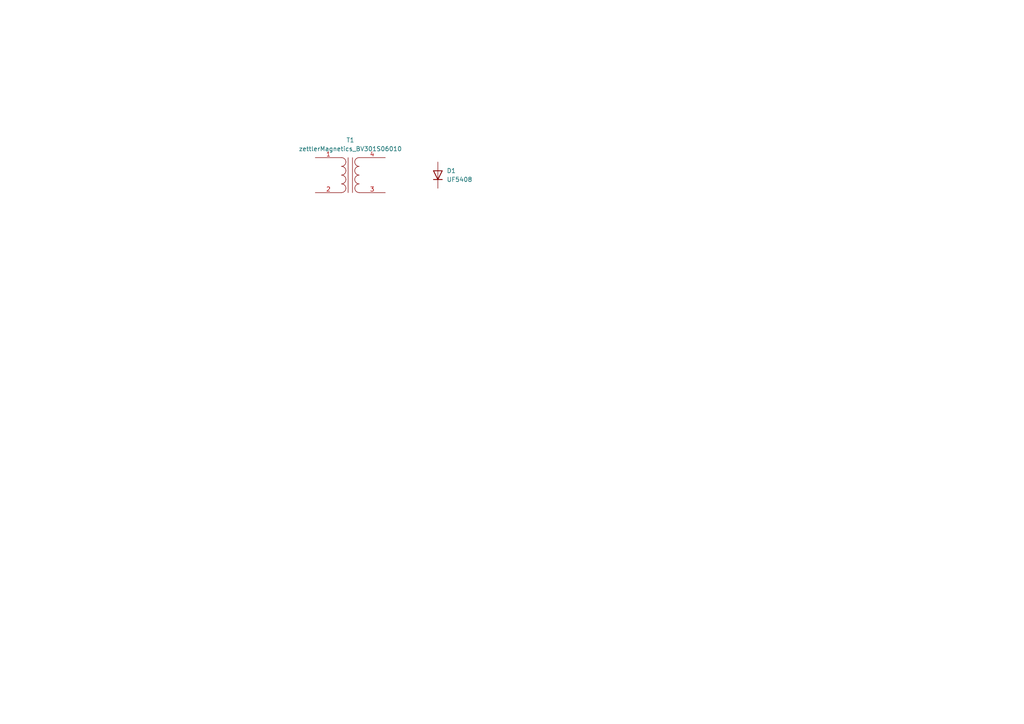
<source format=kicad_sch>
(kicad_sch (version 20231120) (generator "eeschema") (generator_version "8.0")
  (paper "A4")
  (lib_symbols
    (symbol "Device:Transformer_1P_1S" (pin_names (offset 1.016) hide)
      (property "Reference" "T" (at 0 6.35 0))
      (property "Value" "Transformer_1P_1S" (at 0 -7.62 0))
      (symbol "Transformer_1P_1S_0_1"
        (arc (start -2.54 -5.0546) (mid -1.6599 -4.6901) (end -1.27 -3.81))
        (arc (start -2.54 -2.5146) (mid -1.6599 -2.1501) (end -1.27 -1.27))
        (arc (start -2.54 0.0254) (mid -1.6599 0.3899) (end -1.27 1.27))
        (arc (start -2.54 2.5654) (mid -1.6599 2.9299) (end -1.27 3.81))
        (arc (start -1.27 -3.81) (mid -1.642 -2.912) (end -2.54 -2.54))
        (arc (start -1.27 -1.27) (mid -1.642 -0.372) (end -2.54 0))
        (arc (start -1.27 1.27) (mid -1.642 2.168) (end -2.54 2.54))
        (arc (start -1.27 3.81) (mid -1.642 4.708) (end -2.54 5.08))
        (polyline (pts (xy -0.635 5.08) (xy -0.635 -5.08)))
        (polyline (pts (xy 0.635 -5.08) (xy 0.635 5.08)))
        (arc (start 1.2954 -1.27) (mid 1.6599 -2.1501) (end 2.54 -2.5146))
        (arc (start 1.2954 1.27) (mid 1.6599 0.3899) (end 2.54 0.0254))
        (arc (start 1.2954 3.81) (mid 1.6599 2.9299) (end 2.54 2.5654))
        (arc (start 1.3208 -3.81) (mid 1.6853 -4.6901) (end 2.5654 -5.0546))
        (arc (start 2.54 0) (mid 1.642 -0.372) (end 1.2954 -1.27))
        (arc (start 2.54 2.54) (mid 1.642 2.168) (end 1.2954 1.27))
        (arc (start 2.54 5.08) (mid 1.642 4.708) (end 1.2954 3.81))
        (arc (start 2.5654 -2.54) (mid 1.6674 -2.912) (end 1.3208 -3.81))
      )
      (symbol "Transformer_1P_1S_1_1"
        (pin passive line (at -10.16 5.08 0) (length 7.62) (name "AA") (number "1"))
        (pin passive line (at -10.16 -5.08 0) (length 7.62) (name "AB") (number "2"))
        (pin passive line (at 10.16 -5.08 180) (length 7.62) (name "SA") (number "3"))
        (pin passive line (at 10.16 5.08 180) (length 7.62) (name "SB") (number "4"))
      )
    )
    (symbol "Diode:UF5408" (pin_numbers hide) (pin_names hide)
      (property "Reference" "D" (at 0 2.54 0))
      (property "Value" "UF5408" (at 0 -2.54 0))
      (symbol "UF5408_0_1"
        (polyline (pts (xy -1.27 1.27) (xy -1.27 -1.27)) (stroke (width 0.254)))
        (polyline (pts (xy 1.27 0) (xy -1.27 0)))
        (polyline (pts (xy 1.27 1.27) (xy 1.27 -1.27) (xy -1.27 0) (xy 1.27 1.27)) (stroke (width 0.254)))
      )
      (symbol "UF5408_1_1"
        (pin passive line (at -3.81 0 0) (length 2.54) (name "K") (number "1"))
        (pin passive line (at 3.81 0 180) (length 2.54) (name "A") (number "2"))
      )
    )
  )
  (symbol (lib_id "Diode:UF5408") (at 127 50.8 90) (unit 1)
    (property "Reference" "D1" (at 129.54 49.5299 90) (effects (justify right)))
    (property "Value" "UF5408" (at 129.54 52.0699 90) (effects (justify right)))
    (property "Footprint" "Diode_THT:D_DO-201AD_P15.24mm_Horizontal" (effects (hide yes)))
    (property "Datasheet" "http://www.vishay.com/docs/88756/uf5400.pdf" (effects (hide yes)))
    (property "Description" "1000V 3A Soft Recovery Ultrafast Rectifier Diode, DO-201AD" (effects (hide yes)))
    (property "Sim.Device" "D" (effects (hide yes)))
    (property "Sim.Pins" "1=K 2=A" (effects (hide yes)))
  )
  (symbol (lib_id "Device:Transformer_1P_1S") (at 101.6 50.8 0) (unit 1)
    (property "Reference" "T1" (at 101.6127 40.64 0))
    (property "Value" "zettlerMagnetics_BV301S06010" (at 101.6127 43.18 0))
    (property "Description" "Transformer, single primary, single secondary" (effects (hide yes)))
  )
)
</source>
